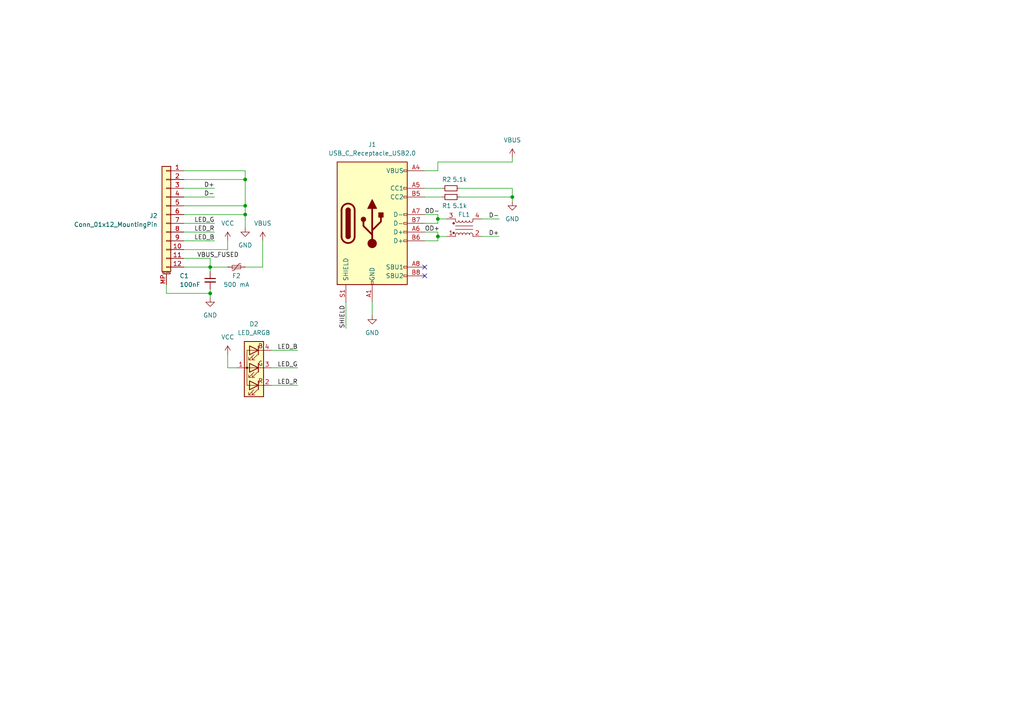
<source format=kicad_sch>
(kicad_sch (version 20230121) (generator eeschema)
  (paper "A4")
  (lib_symbols
    (symbol "Connector:USB_C_Receptacle_USB2.0" (pin_names (offset 1.016))
      (property "Reference" "J" (at -10.16 19.05 0))
      (property "Value" "USB_C_Receptacle_USB2.0" (at 19.05 19.05 0))
      (symbol "USB_C_Receptacle_USB2.0_0_0"
        (rectangle (start -0.254 -17.78) (end 0.254 -16.764))
        (rectangle (start 10.16 -14.986) (end 9.144 -15.494))
        (rectangle (start 10.16 -12.446) (end 9.144 -12.954))
        (rectangle (start 10.16 -4.826) (end 9.144 -5.334))
        (rectangle (start 10.16 -2.286) (end 9.144 -2.794))
        (rectangle (start 10.16 0.254) (end 9.144 -0.254))
        (rectangle (start 10.16 2.794) (end 9.144 2.286))
        (rectangle (start 10.16 7.874) (end 9.144 7.366))
        (rectangle (start 10.16 10.414) (end 9.144 9.906))
        (rectangle (start 10.16 15.494) (end 9.144 14.986))
      )
      (symbol "USB_C_Receptacle_USB2.0_0_1"
        (rectangle (start -10.16 17.78) (end 10.16 -17.78) (stroke (width 0.254)) (fill (type background)))
        (arc (start -8.89 -3.81) (mid -6.985 -5.7067) (end -5.08 -3.81) (stroke (width 0.508)))
        (arc (start -7.62 -3.81) (mid -6.985 -4.4423) (end -6.35 -3.81) (stroke (width 0.254)))
        (arc (start -7.62 -3.81) (mid -6.985 -4.4423) (end -6.35 -3.81) (stroke (width 0.254)) (fill (type outline)))
        (rectangle (start -7.62 -3.81) (end -6.35 3.81) (stroke (width 0.254)) (fill (type outline)))
        (arc (start -6.35 3.81) (mid -6.985 4.4423) (end -7.62 3.81) (stroke (width 0.254)))
        (arc (start -6.35 3.81) (mid -6.985 4.4423) (end -7.62 3.81) (stroke (width 0.254)) (fill (type outline)))
        (arc (start -5.08 3.81) (mid -6.985 5.7067) (end -8.89 3.81) (stroke (width 0.508)))
        (circle (center -2.54 1.143) (radius 0.635) (stroke (width 0.254)) (fill (type outline)))
        (circle (center 0 -5.842) (radius 1.27) (fill (type outline)))
        (polyline (pts (xy -8.89 -3.81) (xy -8.89 3.81)) (stroke (width 0.508)))
        (polyline (pts (xy -5.08 3.81) (xy -5.08 -3.81)) (stroke (width 0.508)))
        (polyline (pts (xy 0 -5.842) (xy 0 4.318)) (stroke (width 0.508)))
        (polyline (pts (xy 0 -3.302) (xy -2.54 -0.762) (xy -2.54 0.508)) (stroke (width 0.508)))
        (polyline (pts (xy 0 -2.032) (xy 2.54 0.508) (xy 2.54 1.778)) (stroke (width 0.508)))
        (polyline (pts (xy -1.27 4.318) (xy 0 6.858) (xy 1.27 4.318) (xy -1.27 4.318)) (stroke (width 0.254)) (fill (type outline)))
        (rectangle (start 1.905 1.778) (end 3.175 3.048) (stroke (width 0.254)) (fill (type outline)))
      )
      (symbol "USB_C_Receptacle_USB2.0_1_1"
        (pin passive line (at 0 -22.86 90) (length 5.08) (name "GND") (number "A1"))
        (pin passive line (at 0 -22.86 90) (length 5.08) hide (name "GND") (number "A12"))
        (pin passive line (at 15.24 15.24 180) (length 5.08) (name "VBUS") (number "A4"))
        (pin bidirectional line (at 15.24 10.16 180) (length 5.08) (name "CC1") (number "A5"))
        (pin bidirectional line (at 15.24 -2.54 180) (length 5.08) (name "D+") (number "A6"))
        (pin bidirectional line (at 15.24 2.54 180) (length 5.08) (name "D-") (number "A7"))
        (pin bidirectional line (at 15.24 -12.7 180) (length 5.08) (name "SBU1") (number "A8"))
        (pin passive line (at 15.24 15.24 180) (length 5.08) hide (name "VBUS") (number "A9"))
        (pin passive line (at 0 -22.86 90) (length 5.08) hide (name "GND") (number "B1"))
        (pin passive line (at 0 -22.86 90) (length 5.08) hide (name "GND") (number "B12"))
        (pin passive line (at 15.24 15.24 180) (length 5.08) hide (name "VBUS") (number "B4"))
        (pin bidirectional line (at 15.24 7.62 180) (length 5.08) (name "CC2") (number "B5"))
        (pin bidirectional line (at 15.24 -5.08 180) (length 5.08) (name "D+") (number "B6"))
        (pin bidirectional line (at 15.24 0 180) (length 5.08) (name "D-") (number "B7"))
        (pin bidirectional line (at 15.24 -15.24 180) (length 5.08) (name "SBU2") (number "B8"))
        (pin passive line (at 15.24 15.24 180) (length 5.08) hide (name "VBUS") (number "B9"))
        (pin passive line (at -7.62 -22.86 90) (length 5.08) (name "SHIELD") (number "S1"))
      )
    )
    (symbol "Connector_Generic_MountingPin:Conn_01x12_MountingPin" (pin_names (offset 1.016) hide)
      (property "Reference" "J" (at 0 15.24 0))
      (property "Value" "Conn_01x12_MountingPin" (at 1.27 -17.78 0))
      (symbol "Conn_01x12_MountingPin_1_1"
        (rectangle (start -1.27 -15.113) (end 0 -15.367) (stroke (width 0.1524)))
        (rectangle (start -1.27 -12.573) (end 0 -12.827) (stroke (width 0.1524)))
        (rectangle (start -1.27 -10.033) (end 0 -10.287) (stroke (width 0.1524)))
        (rectangle (start -1.27 -7.493) (end 0 -7.747) (stroke (width 0.1524)))
        (rectangle (start -1.27 -4.953) (end 0 -5.207) (stroke (width 0.1524)))
        (rectangle (start -1.27 -2.413) (end 0 -2.667) (stroke (width 0.1524)))
        (rectangle (start -1.27 0.127) (end 0 -0.127) (stroke (width 0.1524)))
        (rectangle (start -1.27 2.667) (end 0 2.413) (stroke (width 0.1524)))
        (rectangle (start -1.27 5.207) (end 0 4.953) (stroke (width 0.1524)))
        (rectangle (start -1.27 7.747) (end 0 7.493) (stroke (width 0.1524)))
        (rectangle (start -1.27 10.287) (end 0 10.033) (stroke (width 0.1524)))
        (rectangle (start -1.27 12.827) (end 0 12.573) (stroke (width 0.1524)))
        (rectangle (start -1.27 13.97) (end 1.27 -16.51) (stroke (width 0.254)) (fill (type background)))
        (polyline (pts (xy -1.016 -17.272) (xy 1.016 -17.272)) (stroke (width 0.1524)))
        (text "Mounting" (at 0 -16.891 0) (effects (font (size 0.381 0.381))))
        (pin passive line (at -5.08 12.7 0) (length 3.81) (name "Pin_1") (number "1"))
        (pin passive line (at -5.08 -10.16 0) (length 3.81) (name "Pin_10") (number "10"))
        (pin passive line (at -5.08 -12.7 0) (length 3.81) (name "Pin_11") (number "11"))
        (pin passive line (at -5.08 -15.24 0) (length 3.81) (name "Pin_12") (number "12"))
        (pin passive line (at -5.08 10.16 0) (length 3.81) (name "Pin_2") (number "2"))
        (pin passive line (at -5.08 7.62 0) (length 3.81) (name "Pin_3") (number "3"))
        (pin passive line (at -5.08 5.08 0) (length 3.81) (name "Pin_4") (number "4"))
        (pin passive line (at -5.08 2.54 0) (length 3.81) (name "Pin_5") (number "5"))
        (pin passive line (at -5.08 0 0) (length 3.81) (name "Pin_6") (number "6"))
        (pin passive line (at -5.08 -2.54 0) (length 3.81) (name "Pin_7") (number "7"))
        (pin passive line (at -5.08 -5.08 0) (length 3.81) (name "Pin_8") (number "8"))
        (pin passive line (at -5.08 -7.62 0) (length 3.81) (name "Pin_9") (number "9"))
        (pin passive line (at 0 -20.32 90) (length 3.048) (name "MountPin") (number "MP"))
      )
    )
    (symbol "Device:C_Small" (pin_numbers hide) (pin_names (offset 0.254) hide)
      (property "Reference" "C" (at 0.254 1.778 0))
      (property "Value" "C_Small" (at 0.254 -2.032 0))
      (symbol "C_Small_0_1"
        (polyline (pts (xy -1.524 -0.508) (xy 1.524 -0.508)) (stroke (width 0.3302)))
        (polyline (pts (xy -1.524 0.508) (xy 1.524 0.508)) (stroke (width 0.3048)))
      )
      (symbol "C_Small_1_1"
        (pin passive line (at 0 2.54 270) (length 2.032) (name "~") (number "1"))
        (pin passive line (at 0 -2.54 90) (length 2.032) (name "~") (number "2"))
      )
    )
    (symbol "Device:Filter_EMI_CommonMode" (pin_names (offset 0.254) hide)
      (property "Reference" "FL" (at 0 4.445 0))
      (property "Value" "Filter_EMI_CommonMode" (at 0 -4.445 0))
      (symbol "Filter_EMI_CommonMode_0_1"
        (circle (center -3.048 -1.27) (radius 0.254) (fill (type outline)))
        (circle (center -3.048 1.524) (radius 0.254) (fill (type outline)))
        (arc (start -2.54 2.032) (mid -2.032 1.5262) (end -1.524 2.032))
        (arc (start -1.524 -2.032) (mid -2.032 -1.5262) (end -2.54 -2.032))
        (arc (start -1.524 2.032) (mid -1.016 1.5262) (end -0.508 2.032))
        (arc (start -0.508 -2.032) (mid -1.016 -1.5262) (end -1.524 -2.032))
        (arc (start -0.508 2.032) (mid 0 1.5262) (end 0.508 2.032))
        (polyline (pts (xy -2.54 -2.032) (xy -2.54 -2.54)))
        (polyline (pts (xy -2.54 0.508) (xy 2.54 0.508)))
        (polyline (pts (xy -2.54 2.032) (xy -2.54 2.54)))
        (polyline (pts (xy 2.54 -2.032) (xy 2.54 -2.54)))
        (polyline (pts (xy 2.54 -0.508) (xy -2.54 -0.508)))
        (polyline (pts (xy 2.54 2.54) (xy 2.54 2.032)))
        (arc (start 0.508 -2.032) (mid 0 -1.5262) (end -0.508 -2.032))
        (arc (start 0.508 2.032) (mid 1.016 1.5262) (end 1.524 2.032))
        (arc (start 1.524 -2.032) (mid 1.016 -1.5262) (end 0.508 -2.032))
        (arc (start 1.524 2.032) (mid 2.032 1.5262) (end 2.54 2.032))
        (arc (start 2.54 -2.032) (mid 2.032 -1.5262) (end 1.524 -2.032))
      )
      (symbol "Filter_EMI_CommonMode_1_1"
        (pin passive line (at -5.08 2.54 0) (length 2.54) (name "1") (number "1"))
        (pin passive line (at 5.08 2.54 180) (length 2.54) (name "2") (number "2"))
        (pin passive line (at -5.08 -2.54 0) (length 2.54) (name "3") (number "3"))
        (pin passive line (at 5.08 -2.54 180) (length 2.54) (name "4") (number "4"))
      )
    )
    (symbol "Device:LED_ARGB" (pin_names (offset 0) hide)
      (property "Reference" "D" (at 0 9.398 0))
      (property "Value" "LED_ARGB" (at 0 -8.89 0))
      (symbol "LED_ARGB_0_0"
        (text "B" (at -1.905 -6.35 0) (effects (font (size 1.27 1.27))))
        (text "G" (at -1.905 -1.27 0) (effects (font (size 1.27 1.27))))
        (text "R" (at -1.905 3.81 0) (effects (font (size 1.27 1.27))))
      )
      (symbol "LED_ARGB_0_1"
        (polyline (pts (xy -1.27 -5.08) (xy -2.54 -5.08)))
        (polyline (pts (xy -1.27 -5.08) (xy 1.27 -5.08)))
        (polyline (pts (xy -1.27 -3.81) (xy -1.27 -6.35)) (stroke (width 0.254)))
        (polyline (pts (xy -1.27 0) (xy -2.54 0)))
        (polyline (pts (xy -1.27 1.27) (xy -1.27 -1.27)) (stroke (width 0.254)))
        (polyline (pts (xy -1.27 5.08) (xy -2.54 5.08)))
        (polyline (pts (xy -1.27 5.08) (xy 1.27 5.08)))
        (polyline (pts (xy -1.27 6.35) (xy -1.27 3.81)) (stroke (width 0.254)))
        (polyline (pts (xy 1.27 0) (xy -1.27 0)))
        (polyline (pts (xy 1.27 0) (xy 2.54 0)))
        (polyline (pts (xy -1.27 1.27) (xy -1.27 -1.27) (xy -1.27 -1.27)))
        (polyline (pts (xy -1.27 6.35) (xy -1.27 3.81) (xy -1.27 3.81)))
        (polyline (pts (xy 1.27 -5.08) (xy 2.032 -5.08) (xy 2.032 5.08) (xy 1.27 5.08)))
        (polyline (pts (xy 1.27 -3.81) (xy 1.27 -6.35) (xy -1.27 -5.08) (xy 1.27 -3.81)) (stroke (width 0.254)))
        (polyline (pts (xy 1.27 1.27) (xy 1.27 -1.27) (xy -1.27 0) (xy 1.27 1.27)) (stroke (width 0.254)))
        (polyline (pts (xy 1.27 6.35) (xy 1.27 3.81) (xy -1.27 5.08) (xy 1.27 6.35)) (stroke (width 0.254)))
        (polyline (pts (xy -1.016 -3.81) (xy 0.508 -2.286) (xy -0.254 -2.286) (xy 0.508 -2.286) (xy 0.508 -3.048)))
        (polyline (pts (xy -1.016 1.27) (xy 0.508 2.794) (xy -0.254 2.794) (xy 0.508 2.794) (xy 0.508 2.032)))
        (polyline (pts (xy -1.016 6.35) (xy 0.508 7.874) (xy -0.254 7.874) (xy 0.508 7.874) (xy 0.508 7.112)))
        (polyline (pts (xy 0 -3.81) (xy 1.524 -2.286) (xy 0.762 -2.286) (xy 1.524 -2.286) (xy 1.524 -3.048)))
        (polyline (pts (xy 0 1.27) (xy 1.524 2.794) (xy 0.762 2.794) (xy 1.524 2.794) (xy 1.524 2.032)))
        (polyline (pts (xy 0 6.35) (xy 1.524 7.874) (xy 0.762 7.874) (xy 1.524 7.874) (xy 1.524 7.112)))
        (rectangle (start 1.27 -1.27) (end 1.27 1.27))
        (rectangle (start 1.27 1.27) (end 1.27 1.27))
        (rectangle (start 1.27 3.81) (end 1.27 6.35))
        (rectangle (start 1.27 6.35) (end 1.27 6.35))
        (circle (center 2.032 0) (radius 0.254) (fill (type outline)))
        (rectangle (start 2.794 8.382) (end -2.794 -7.62) (stroke (width 0.254)) (fill (type background)))
      )
      (symbol "LED_ARGB_1_1"
        (pin passive line (at 5.08 0 180) (length 2.54) (name "A") (number "1"))
        (pin passive line (at -5.08 5.08 0) (length 2.54) (name "RK") (number "2"))
        (pin passive line (at -5.08 0 0) (length 2.54) (name "GK") (number "3"))
        (pin passive line (at -5.08 -5.08 0) (length 2.54) (name "BK") (number "4"))
      )
    )
    (symbol "Device:Polyfuse_Small" (pin_numbers hide) (pin_names (offset 0))
      (property "Reference" "F" (at -1.905 0 90))
      (property "Value" "Polyfuse_Small" (at 1.905 0 90))
      (symbol "Polyfuse_Small_0_1"
        (rectangle (start -0.508 1.27) (end 0.508 -1.27))
        (polyline (pts (xy 0 2.54) (xy 0 -2.54)))
        (polyline (pts (xy -1.016 1.27) (xy -1.016 0.762) (xy 1.016 -0.762) (xy 1.016 -1.27)))
      )
      (symbol "Polyfuse_Small_1_1"
        (pin passive line (at 0 2.54 270) (length 0.635) (name "~") (number "1"))
        (pin passive line (at 0 -2.54 90) (length 0.635) (name "~") (number "2"))
      )
    )
    (symbol "Device:R_Small" (pin_numbers hide) (pin_names (offset 0.254) hide)
      (property "Reference" "R" (at 0.762 0.508 0))
      (property "Value" "R_Small" (at 0.762 -1.016 0))
      (symbol "R_Small_0_1"
        (rectangle (start -0.762 1.778) (end 0.762 -1.778) (stroke (width 0.2032)))
      )
      (symbol "R_Small_1_1"
        (pin passive line (at 0 2.54 270) (length 0.762) (name "~") (number "1"))
        (pin passive line (at 0 -2.54 90) (length 0.762) (name "~") (number "2"))
      )
    )
    (symbol "power:GND" (power) (pin_names (offset 0))
      (property "Value" "GND" (at 0 -3.81 0))
      (symbol "GND_0_1"
        (polyline (pts (xy 0 0) (xy 0 -1.27) (xy 1.27 -1.27) (xy 0 -2.54) (xy -1.27 -1.27) (xy 0 -1.27)))
      )
      (symbol "GND_1_1"
        (pin power_in line (at 0 0 270) (length 0) hide (name "GND") (number "1"))
      )
    )
    (symbol "power:VBUS" (power) (pin_names (offset 0))
      (property "Value" "VBUS" (at 0 3.81 0))
      (symbol "VBUS_0_1"
        (polyline (pts (xy -0.762 1.27) (xy 0 2.54)))
        (polyline (pts (xy 0 0) (xy 0 2.54)))
        (polyline (pts (xy 0 2.54) (xy 0.762 1.27)))
      )
      (symbol "VBUS_1_1"
        (pin power_in line (at 0 0 90) (length 0) hide (name "VBUS") (number "1"))
      )
    )
    (symbol "power:VCC" (power) (pin_names (offset 0))
      (property "Value" "VCC" (at 0 3.81 0))
      (symbol "VCC_0_1"
        (polyline (pts (xy -0.762 1.27) (xy 0 2.54)))
        (polyline (pts (xy 0 0) (xy 0 2.54)))
        (polyline (pts (xy 0 2.54) (xy 0.762 1.27)))
      )
      (symbol "VCC_1_1"
        (pin power_in line (at 0 0 90) (length 0) hide (name "VCC") (number "1"))
      )
    )
  )
  (junction (at 71.12 59.69))
  (junction (at 60.96 77.47))
  (junction (at 71.12 52.07))
  (junction (at 60.96 85.09))
  (junction (at 148.59 57.15))
  (junction (at 127 68.58))
  (junction (at 71.12 62.23))
  (junction (at 127 63.5))
  (no_connect (at 123.19 80.01))
  (no_connect (at 123.19 77.47))
  (wire (pts (xy 66.04 106.68) (xy 68.58 106.68)))
  (wire (pts (xy 48.26 85.09) (xy 60.96 85.09)))
  (wire (pts (xy 127 63.5) (xy 129.54 63.5)))
  (wire (pts (xy 133.35 54.61) (xy 148.59 54.61)))
  (wire (pts (xy 78.74 111.76) (xy 86.36 111.76)))
  (wire (pts (xy 53.34 62.23) (xy 71.12 62.23)))
  (wire (pts (xy 53.34 52.07) (xy 71.12 52.07)))
  (wire (pts (xy 53.34 67.31) (xy 62.23 67.31)))
  (wire (pts (xy 71.12 77.47) (xy 76.2 77.47)))
  (wire (pts (xy 78.74 106.68) (xy 86.36 106.68)))
  (wire (pts (xy 60.96 77.47) (xy 60.96 78.74)))
  (wire (pts (xy 66.04 72.39) (xy 66.04 69.85)))
  (wire (pts (xy 127 67.31) (xy 127 68.58)))
  (wire (pts (xy 53.34 57.15) (xy 62.23 57.15)))
  (wire (pts (xy 71.12 59.69) (xy 71.12 62.23)))
  (wire (pts (xy 60.96 74.93) (xy 60.96 77.47)))
  (wire (pts (xy 53.34 49.53) (xy 71.12 49.53)))
  (wire (pts (xy 139.7 68.58) (xy 144.78 68.58)))
  (wire (pts (xy 60.96 85.09) (xy 60.96 86.36)))
  (wire (pts (xy 127 69.85) (xy 127 68.58)))
  (wire (pts (xy 53.34 69.85) (xy 62.23 69.85)))
  (wire (pts (xy 127 46.99) (xy 148.59 46.99)))
  (wire (pts (xy 123.19 67.31) (xy 127 67.31)))
  (wire (pts (xy 123.19 54.61) (xy 128.27 54.61)))
  (wire (pts (xy 123.19 57.15) (xy 128.27 57.15)))
  (wire (pts (xy 100.33 87.63) (xy 100.33 95.25)))
  (wire (pts (xy 127 49.53) (xy 123.19 49.53)))
  (wire (pts (xy 123.19 62.23) (xy 127 62.23)))
  (wire (pts (xy 127 68.58) (xy 129.54 68.58)))
  (wire (pts (xy 53.34 74.93) (xy 60.96 74.93)))
  (wire (pts (xy 60.96 83.82) (xy 60.96 85.09)))
  (wire (pts (xy 71.12 52.07) (xy 71.12 59.69)))
  (wire (pts (xy 78.74 101.6) (xy 86.36 101.6)))
  (wire (pts (xy 71.12 49.53) (xy 71.12 52.07)))
  (wire (pts (xy 76.2 69.85) (xy 76.2 77.47)))
  (wire (pts (xy 123.19 69.85) (xy 127 69.85)))
  (wire (pts (xy 53.34 64.77) (xy 62.23 64.77)))
  (wire (pts (xy 127 62.23) (xy 127 63.5)))
  (wire (pts (xy 53.34 59.69) (xy 71.12 59.69)))
  (wire (pts (xy 53.34 54.61) (xy 62.23 54.61)))
  (wire (pts (xy 60.96 77.47) (xy 66.04 77.47)))
  (wire (pts (xy 127 46.99) (xy 127 49.53)))
  (wire (pts (xy 127 64.77) (xy 127 63.5)))
  (wire (pts (xy 148.59 46.99) (xy 148.59 45.72)))
  (wire (pts (xy 123.19 64.77) (xy 127 64.77)))
  (wire (pts (xy 148.59 57.15) (xy 148.59 58.42)))
  (wire (pts (xy 107.95 87.63) (xy 107.95 91.44)))
  (wire (pts (xy 148.59 54.61) (xy 148.59 57.15)))
  (wire (pts (xy 139.7 63.5) (xy 144.78 63.5)))
  (wire (pts (xy 48.26 82.55) (xy 48.26 85.09)))
  (wire (pts (xy 53.34 77.47) (xy 60.96 77.47)))
  (wire (pts (xy 133.35 57.15) (xy 148.59 57.15)))
  (wire (pts (xy 53.34 72.39) (xy 66.04 72.39)))
  (wire (pts (xy 71.12 62.23) (xy 71.12 66.04)))
  (wire (pts (xy 66.04 102.87) (xy 66.04 106.68)))
  (label "LED_R" (at 86.36 111.76 180))
  (label "LED_R" (at 62.23 67.31 180))
  (label "D-" (at 62.23 57.15 180))
  (label "VBUS_FUSED" (at 57.15 74.93 0))
  (label "D-" (at 144.78 63.5 180))
  (label "D+" (at 62.23 54.61 180))
  (label "SHIELD" (at 100.33 95.25 90))
  (label "LED_G" (at 86.36 106.68 180))
  (label "LED_B" (at 62.23 69.85 180))
  (label "OD+" (at 123.19 67.31 0))
  (label "LED_B" (at 86.36 101.6 180))
  (label "D+" (at 144.78 68.58 180))
  (label "OD-" (at 123.19 62.23 0))
  (label "LED_G" (at 62.23 64.77 180))
  (symbol (lib_id "power:GND") (at 107.95 91.44 0) (unit 1)
    (property "Reference" "#PWR05" (effects hide))
    (property "Value" "GND" (at 107.95 96.52 0))
  )
  (symbol (lib_id "Connector:USB_C_Receptacle_USB2.0") (at 107.95 64.77 0) (unit 1)
    (property "Reference" "J1" (at 107.95 41.91 0))
    (property "Value" "USB_C_Receptacle_USB2.0" (at 107.95 44.45 0))
    (property "Footprint" "Moucha_Connectors:USBC_Receptacle_GT-USB-7025" (effects hide))
    (property "Datasheet" "https://www.usb.org/sites/default/files/documents/usb_type-c.zip" (effects hide))
  )
  (symbol (lib_id "power:GND") (at 60.96 86.36 0) (unit 1)
    (property "Reference" "#PWR08" (effects hide))
    (property "Value" "GND" (at 60.96 91.44 0))
  )
  (symbol (lib_id "Device:Polyfuse_Small") (at 68.58 77.47 270) (unit 1)
    (property "Reference" "F2" (at 68.58 80.01 90))
    (property "Value" "500 mA" (at 68.58 82.55 90))
    (property "Footprint" "Fuse:Fuse_0603_1608Metric_Pad1.05x0.95mm_HandSolder" (effects hide))
  )
  (symbol (lib_id "Device:C_Small") (at 60.96 81.28 0) (unit 1)
    (property "Reference" "C1" (at 52.07 80.01 0) (effects (justify left)))
    (property "Value" "100nF" (at 52.07 82.55 0) (effects (justify left)))
    (property "Footprint" "Capacitor_SMD:C_0402_1005Metric_Pad0.74x0.62mm_HandSolder" (effects hide))
  )
  (symbol (lib_id "power:GND") (at 71.12 66.04 0) (unit 1)
    (property "Reference" "#PWR01" (effects hide))
    (property "Value" "GND" (at 71.12 71.12 0))
  )
  (symbol (lib_id "power:VBUS") (at 76.2 69.85 0) (unit 1)
    (property "Reference" "#PWR03" (effects hide))
    (property "Value" "VBUS" (at 76.2 64.77 0))
  )
  (symbol (lib_id "Device:R_Small") (at 130.81 54.61 90) (unit 1)
    (property "Reference" "R2" (at 129.54 52.07 90))
    (property "Value" "5.1k" (at 133.35 52.07 90))
    (property "Footprint" "Resistor_SMD:R_0402_1005Metric_Pad0.72x0.64mm_HandSolder" (effects hide))
  )
  (symbol (lib_id "power:VCC") (at 66.04 69.85 0) (unit 1)
    (property "Reference" "#PWR02" (effects hide))
    (property "Value" "VCC" (at 66.04 64.77 0))
  )
  (symbol (lib_id "Device:Filter_EMI_CommonMode") (at 134.62 66.04 0) (mirror x) (unit 1)
    (property "Reference" "FL1" (at 134.62 62.23 0))
    (property "Value" "Filter_EMI_CommonMode" (effects hide))
    (property "Footprint" "Moucha_Primitives:L_CommonMode_TDK_MCZ1210DH" (effects hide))
  )
  (symbol (lib_id "power:VBUS") (at 148.59 45.72 0) (unit 1)
    (property "Reference" "#PWR06" (effects hide))
    (property "Value" "VBUS" (at 148.59 40.64 0))
  )
  (symbol (lib_id "power:VCC") (at 66.04 102.87 0) (unit 1)
    (property "Reference" "#PWR07" (effects hide))
    (property "Value" "VCC" (at 66.04 97.79 0))
  )
  (symbol (lib_id "Device:R_Small") (at 130.81 57.15 90) (unit 1)
    (property "Reference" "R1" (at 129.54 59.69 90))
    (property "Value" "5.1k" (at 133.35 59.69 90))
    (property "Footprint" "Resistor_SMD:R_0402_1005Metric_Pad0.72x0.64mm_HandSolder" (effects hide))
  )
  (symbol (lib_id "power:GND") (at 148.59 58.42 0) (unit 1)
    (property "Reference" "#PWR04" (effects hide))
    (property "Value" "GND" (at 148.59 63.5 0))
  )
  (symbol (lib_id "Connector_Generic_MountingPin:Conn_01x12_MountingPin") (at 48.26 62.23 0) (mirror y) (unit 1)
    (property "Reference" "J2" (at 45.72 62.5856 0) (effects (justify left)))
    (property "Value" "Conn_01x12_MountingPin" (at 45.72 65.1256 0) (effects (justify left)))
    (property "Footprint" "Moucha_Connectors:FPC_CompactUniversal_12P" (effects hide))
  )
  (symbol (lib_id "Device:LED_ARGB") (at 73.66 106.68 180) (unit 1)
    (property "Reference" "D2" (at 73.66 93.98 0))
    (property "Value" "LED_ARGB" (at 73.66 96.52 0))
    (property "Footprint" "Moucha_Primitives:LED_RGB_Foshan-FM-3510RGBA-SG" (effects hide))
  )
)
</source>
